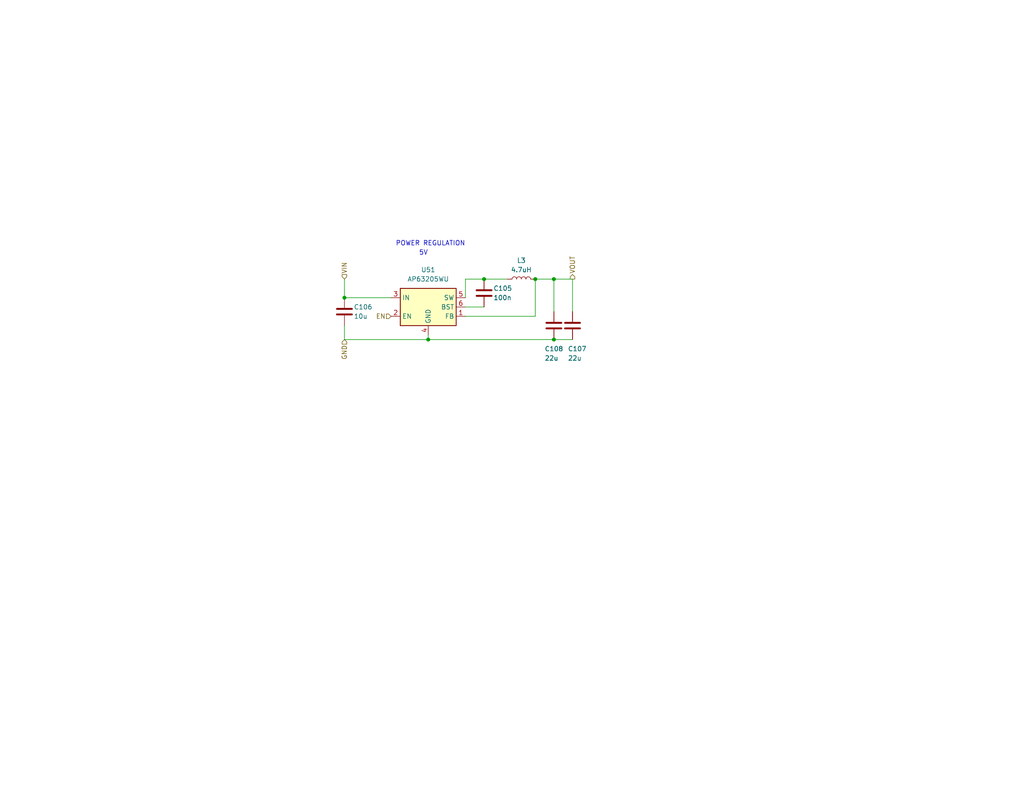
<source format=kicad_sch>
(kicad_sch (version 20231120) (generator "eeschema") (generator_version "8.0")
  (paper "A")
  (title_block (title "5V Boost") (date "2020-10-04"))
  (lib_symbols
    (symbol "Device:C" (pin_numbers hide) (pin_names (offset 0.254))
      (property "Reference" "C" (at 0.635 2.54 0))
      (property "Value" "C" (at 0.635 -2.54 0))
      (symbol "C_0_1"
        (polyline (pts (xy -2.032 -0.762) (xy 2.032 -0.762)) (stroke (width 0.508)))
        (polyline (pts (xy -2.032 0.762) (xy 2.032 0.762)) (stroke (width 0.508)))
      )
      (symbol "C_1_1"
        (pin passive line (at 0 3.81 270) (length 2.794) (name "~") (number "1"))
        (pin passive line (at 0 -3.81 90) (length 2.794) (name "~") (number "2"))
      )
    )
    (symbol "Device:L" (pin_numbers hide) (pin_names (offset 1.016) hide)
      (property "Reference" "L" (at -1.27 0 90))
      (property "Value" "L" (at 1.905 0 90))
      (symbol "L_0_1"
        (arc (start 0 -2.54) (mid 0.6323 -1.905) (end 0 -1.27))
        (arc (start 0 -1.27) (mid 0.6323 -0.635) (end 0 0))
        (arc (start 0 0) (mid 0.6323 0.635) (end 0 1.27))
        (arc (start 0 1.27) (mid 0.6323 1.905) (end 0 2.54))
      )
      (symbol "L_1_1"
        (pin passive line (at 0 3.81 270) (length 1.27) (name "1") (number "1"))
        (pin passive line (at 0 -3.81 90) (length 1.27) (name "2") (number "2"))
      )
    )
    (symbol "Regulator_Switching:AP63205WU"
      (property "Reference" "U" (at -7.62 6.35 0))
      (property "Value" "AP63205WU" (at 2.54 6.35 0))
      (symbol "AP63205WU_0_1"
        (rectangle (start -7.62 5.08) (end 7.62 -5.08) (stroke (width 0.254)) (fill (type background)))
      )
      (symbol "AP63205WU_1_1"
        (pin input line (at 10.16 -2.54 180) (length 2.54) (name "FB") (number "1"))
        (pin input line (at -10.16 -2.54 0) (length 2.54) (name "EN") (number "2"))
        (pin power_in line (at -10.16 2.54 0) (length 2.54) (name "IN") (number "3"))
        (pin power_in line (at 0 -7.62 90) (length 2.54) (name "GND") (number "4"))
        (pin output line (at 10.16 2.54 180) (length 2.54) (name "SW") (number "5"))
        (pin passive line (at 10.16 0 180) (length 2.54) (name "BST") (number "6"))
      )
    )
  )
  (junction (at 146.05 76.2))
  (junction (at 151.13 92.71))
  (junction (at 116.84 92.71))
  (junction (at 132.08 76.2))
  (junction (at 93.98 81.28))
  (junction (at 151.13 76.2))
  (wire (pts (xy 93.98 81.28) (xy 106.68 81.28)))
  (wire (pts (xy 151.13 92.71) (xy 156.21 92.71)))
  (wire (pts (xy 156.21 76.2) (xy 156.21 85.09)))
  (wire (pts (xy 93.98 88.9) (xy 93.98 92.71)))
  (wire (pts (xy 127 83.82) (xy 132.08 83.82)))
  (wire (pts (xy 146.05 76.2) (xy 146.05 86.36)))
  (wire (pts (xy 146.05 86.36) (xy 127 86.36)))
  (wire (pts (xy 151.13 76.2) (xy 156.21 76.2)))
  (wire (pts (xy 146.05 76.2) (xy 151.13 76.2)))
  (wire (pts (xy 93.98 76.2) (xy 93.98 81.28)))
  (wire (pts (xy 127 81.28) (xy 127 76.2)))
  (wire (pts (xy 93.98 92.71) (xy 116.84 92.71)))
  (wire (pts (xy 116.84 92.71) (xy 151.13 92.71)))
  (wire (pts (xy 132.08 76.2) (xy 138.43 76.2)))
  (wire (pts (xy 116.84 92.71) (xy 116.84 91.44)))
  (wire (pts (xy 151.13 76.2) (xy 151.13 85.09)))
  (wire (pts (xy 127 76.2) (xy 132.08 76.2)))
  (text "POWER REGULATION" (at 107.95 67.31 0) (effects (font (size 1.27 1.27)) (justify left bottom)))
  (text "5V" (at 114.3 69.85 0) (effects (font (size 1.27 1.27)) (justify left bottom)))
  (hierarchical_label "EN" (shape input) (at 106.68 86.36 180))
  (hierarchical_label "VOUT" (shape output) (at 156.21 76.2 90))
  (hierarchical_label "VIN" (shape input) (at 93.98 76.2 90))
  (hierarchical_label "GND" (shape input) (at 93.98 92.71 270))
  (symbol (lib_id "Device:C") (at 93.98 85.09 0) (unit 1)
    (property "Reference" "C106" (at 96.52 83.82 0) (effects (justify left)))
    (property "Value" "10u" (at 96.52 86.36 0) (effects (justify left)))
    (property "Footprint" "Capacitor_SMD:C_0603_1608Metric_Pad1.08x0.95mm_HandSolder" (effects (hide yes)))
    (property "Voltage" "50" (effects (hide yes)))
    (property "Manufactorer" "Murata" (effects (hide yes)))
    (property "Part Number" "GRM21BR61H106KE43L" (effects (hide yes)))
    (property "Tolerance" "10%" (effects (hide yes)))
    (instances (project "EPS" (path "" (reference "C106") (unit 1)) (path "" (reference "C4") (unit 1))))
  )
  (symbol (lib_id "Device:L") (at 142.24 76.2 90) (unit 1)
    (property "Reference" "L3" (at 142.24 71.12 90))
    (property "Value" "4.7uH" (at 142.24 73.66 90))
    (property "Footprint" "Inductor_SMD:L_1210_3225Metric_Pad1.42x2.65mm_HandSolder" (effects (hide yes)))
    (property "Datasheet" "https://search.murata.co.jp/Ceramy/image/img/P02/J(E)TE243A-9104.pdf" (effects (hide yes)))
    (property "Manufactorer" "Murata" (effects (hide yes)))
    (property "Part Number" "DFE322520FD-4R7M=P2" (effects (hide yes)))
    (property "Amps" "2" (effects (hide yes)))
    (property "Tolerance" "20%" (effects (hide yes)))
    (instances (project "EPS" (path "" (reference "L3") (unit 1)) (path "" (reference "L1") (unit 1))))
  )
  (symbol (lib_id "Device:C") (at 132.08 80.01 0) (unit 1)
    (property "Reference" "C105" (at 134.62 78.74 0) (effects (justify left)))
    (property "Value" "100n" (at 134.62 81.28 0) (effects (justify left)))
    (property "Footprint" "Capacitor_SMD:C_0402_1005Metric_Pad0.74x0.62mm_HandSolder" (effects (hide yes)))
    (property "Voltage" "25" (effects (hide yes)))
    (property "Manufactorer" "Murata" (effects (hide yes)))
    (property "Part Number" "GRM155R61E104KA87D" (effects (hide yes)))
    (property "Tolerance" "10%" (effects (hide yes)))
    (instances (project "EPS" (path "" (reference "C105") (unit 1)) (path "" (reference "C3") (unit 1))))
  )
  (symbol (lib_id "Regulator_Switching:AP63205WU") (at 116.84 83.82 0) (unit 1)
    (property "Reference" "U51" (at 116.84 73.66 0))
    (property "Value" "AP63205WU" (at 116.84 76.2 0))
    (property "Footprint" "Package_TO_SOT_SMD:TSOT-23-6_HandSoldering" (effects (hide yes)))
    (property "Datasheet" "https://www.diodes.com/assets/Datasheets/AP63200-AP63201-AP63203-AP63205.pdf" (effects (hide yes)))
    (property "Manufactorer" "Diodes" (effects (hide yes)))
    (property "Part Number" "AP63205WU-7" (effects (hide yes)))
    (property "Amps" "2" (effects (hide yes)))
    (property "Voltage" "5" (effects (hide yes)))
    (instances (project "EPS" (path "" (reference "U51") (unit 1)) (path "" (reference "U3") (unit 1))))
  )
  (symbol (lib_id "Device:C") (at 151.13 88.9 0) (unit 1)
    (property "Reference" "C107" (at 154.94 95.25 0) (effects (justify left)))
    (property "Value" "22u" (at 154.94 97.79 0) (effects (justify left)))
    (property "Footprint" "Capacitor_SMD:C_0805_2012Metric_Pad1.18x1.45mm_HandSolder" (effects (hide yes)))
    (property "Voltage" "25" (effects (hide yes)))
    (property "Manufactorer" "Murata" (effects (hide yes)))
    (property "Part Number" "GRM21BR61E226ME44K" (effects (hide yes)))
    (property "Tolerance" "20%" (effects (hide yes)))
    (instances (project "EPS" (path "" (reference "C107") (unit 1)) (path "" (reference "C5") (unit 1))))
  )
  (symbol (lib_id "Device:C") (at 156.21 88.9 0) (unit 1)
    (property "Reference" "C108" (at 148.59 95.25 0) (effects (justify left)))
    (property "Value" "22u" (at 148.59 97.79 0) (effects (justify left)))
    (property "Footprint" "Capacitor_SMD:C_0805_2012Metric_Pad1.18x1.45mm_HandSolder" (effects (hide yes)))
    (property "Voltage" "25" (effects (hide yes)))
    (property "Manufactorer" "Murata" (effects (hide yes)))
    (property "Part Number" "GRM21BR61E226ME44K" (effects (hide yes)))
    (property "Tolerance" "20%" (effects (hide yes)))
    (instances (project "EPS" (path "" (reference "C108") (unit 1)) (path "" (reference "C6") (unit 1))))
  )
)
</source>
